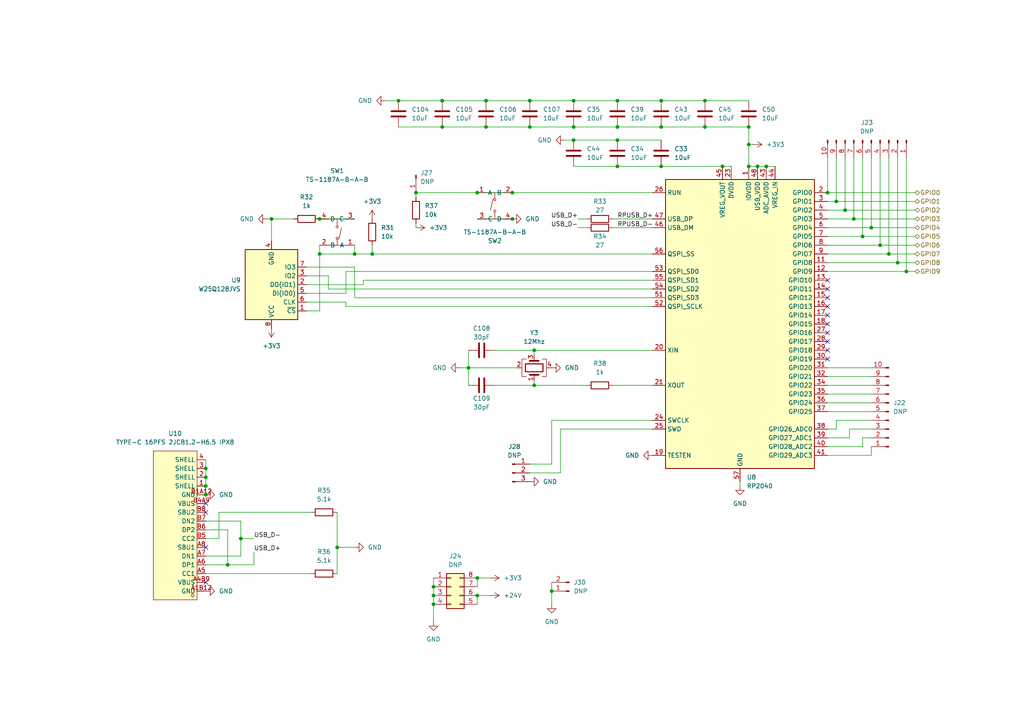
<source format=kicad_sch>
(kicad_sch (version 20231120) (generator "eeschema") (generator_version "8.0")
  (paper "A4")
  (lib_symbols
    (symbol "Endstufe:+24V" (power) (pin_names (offset 0))
      (property "Value" "+24V" (at 0 3.556 0))
      (symbol "+24V_0_1"
        (polyline (pts (xy -0.762 1.27) (xy 0 2.54)))
        (polyline (pts (xy 0 0) (xy 0 2.54)))
        (polyline (pts (xy 0 2.54) (xy 0.762 1.27)))
      )
      (symbol "+24V_1_1"
        (pin power_in line (at 0 0 90) (length 0) hide (name "+24V") (number "1"))
      )
    )
    (symbol "Endstufe:+3V3" (power) (pin_names (offset 0))
      (property "Value" "+3V3" (at 0 3.556 0))
      (symbol "+3V3_0_1"
        (polyline (pts (xy -0.762 1.27) (xy 0 2.54)))
        (polyline (pts (xy 0 0) (xy 0 2.54)))
        (polyline (pts (xy 0 2.54) (xy 0.762 1.27)))
      )
      (symbol "+3V3_1_1"
        (pin power_in line (at 0 0 90) (length 0) hide (name "+3V3") (number "1"))
      )
    )
    (symbol "Endstufe:C" (pin_numbers hide) (pin_names (offset 0.254))
      (property "Reference" "C" (at 0.635 2.54 0))
      (property "Value" "C" (at 0.635 -2.54 0))
      (symbol "C_0_1"
        (polyline (pts (xy -2.032 -0.762) (xy 2.032 -0.762)) (stroke (width 0.508)))
        (polyline (pts (xy -2.032 0.762) (xy 2.032 0.762)) (stroke (width 0.508)))
      )
      (symbol "C_1_1"
        (pin passive line (at 0 3.81 270) (length 2.794) (name "~") (number "1"))
        (pin passive line (at 0 -3.81 90) (length 2.794) (name "~") (number "2"))
      )
    )
    (symbol "Endstufe:Conn_01x01_Pin" (pin_names (offset 1.016) hide)
      (property "Reference" "J" (at 0 2.54 0))
      (property "Value" "Conn_01x01_Pin" (at 0 -2.54 0))
      (symbol "Conn_01x01_Pin_1_1"
        (polyline (pts (xy 1.27 0) (xy 0.8636 0)) (stroke (width 0.1524)))
        (rectangle (start 0.8636 0.127) (end 0 -0.127) (stroke (width 0.1524)) (fill (type outline)))
        (pin passive line (at 5.08 0 180) (length 3.81) (name "Pin_1") (number "1"))
      )
    )
    (symbol "Endstufe:Conn_01x02_Pin" (pin_names (offset 1.016) hide)
      (property "Reference" "J" (at 0 2.54 0))
      (property "Value" "Conn_01x02_Pin" (at 0 -5.08 0))
      (symbol "Conn_01x02_Pin_1_1"
        (polyline (pts (xy 1.27 -2.54) (xy 0.8636 -2.54)) (stroke (width 0.1524)))
        (polyline (pts (xy 1.27 0) (xy 0.8636 0)) (stroke (width 0.1524)))
        (rectangle (start 0.8636 -2.413) (end 0 -2.667) (stroke (width 0.1524)) (fill (type outline)))
        (rectangle (start 0.8636 0.127) (end 0 -0.127) (stroke (width 0.1524)) (fill (type outline)))
        (pin passive line (at 5.08 0 180) (length 3.81) (name "Pin_1") (number "1"))
        (pin passive line (at 5.08 -2.54 180) (length 3.81) (name "Pin_2") (number "2"))
      )
    )
    (symbol "Endstufe:Conn_01x03_Pin" (pin_names (offset 1.016) hide)
      (property "Reference" "J" (at 0 5.08 0))
      (property "Value" "Conn_01x03_Pin" (at 0 -5.08 0))
      (symbol "Conn_01x03_Pin_1_1"
        (polyline (pts (xy 1.27 -2.54) (xy 0.8636 -2.54)) (stroke (width 0.1524)))
        (polyline (pts (xy 1.27 0) (xy 0.8636 0)) (stroke (width 0.1524)))
        (polyline (pts (xy 1.27 2.54) (xy 0.8636 2.54)) (stroke (width 0.1524)))
        (rectangle (start 0.8636 -2.413) (end 0 -2.667) (stroke (width 0.1524)) (fill (type outline)))
        (rectangle (start 0.8636 0.127) (end 0 -0.127) (stroke (width 0.1524)) (fill (type outline)))
        (rectangle (start 0.8636 2.667) (end 0 2.413) (stroke (width 0.1524)) (fill (type outline)))
        (pin passive line (at 5.08 2.54 180) (length 3.81) (name "Pin_1") (number "1"))
        (pin passive line (at 5.08 0 180) (length 3.81) (name "Pin_2") (number "2"))
        (pin passive line (at 5.08 -2.54 180) (length 3.81) (name "Pin_3") (number "3"))
      )
    )
    (symbol "Endstufe:Conn_01x10_Pin" (pin_names (offset 1.016) hide)
      (property "Reference" "J" (at 0 12.7 0))
      (property "Value" "Conn_01x10_Pin" (at 0 -15.24 0))
      (symbol "Conn_01x10_Pin_1_1"
        (polyline (pts (xy 1.27 -12.7) (xy 0.8636 -12.7)) (stroke (width 0.1524)))
        (polyline (pts (xy 1.27 -10.16) (xy 0.8636 -10.16)) (stroke (width 0.1524)))
        (polyline (pts (xy 1.27 -7.62) (xy 0.8636 -7.62)) (stroke (width 0.1524)))
        (polyline (pts (xy 1.27 -5.08) (xy 0.8636 -5.08)) (stroke (width 0.1524)))
        (polyline (pts (xy 1.27 -2.54) (xy 0.8636 -2.54)) (stroke (width 0.1524)))
        (polyline (pts (xy 1.27 0) (xy 0.8636 0)) (stroke (width 0.1524)))
        (polyline (pts (xy 1.27 2.54) (xy 0.8636 2.54)) (stroke (width 0.1524)))
        (polyline (pts (xy 1.27 5.08) (xy 0.8636 5.08)) (stroke (width 0.1524)))
        (polyline (pts (xy 1.27 7.62) (xy 0.8636 7.62)) (stroke (width 0.1524)))
        (polyline (pts (xy 1.27 10.16) (xy 0.8636 10.16)) (stroke (width 0.1524)))
        (rectangle (start 0.8636 -12.573) (end 0 -12.827) (stroke (width 0.1524)) (fill (type outline)))
        (rectangle (start 0.8636 -10.033) (end 0 -10.287) (stroke (width 0.1524)) (fill (type outline)))
        (rectangle (start 0.8636 -7.493) (end 0 -7.747) (stroke (width 0.1524)) (fill (type outline)))
        (rectangle (start 0.8636 -4.953) (end 0 -5.207) (stroke (width 0.1524)) (fill (type outline)))
        (rectangle (start 0.8636 -2.413) (end 0 -2.667) (stroke (width 0.1524)) (fill (type outline)))
        (rectangle (start 0.8636 0.127) (end 0 -0.127) (stroke (width 0.1524)) (fill (type outline)))
        (rectangle (start 0.8636 2.667) (end 0 2.413) (stroke (width 0.1524)) (fill (type outline)))
        (rectangle (start 0.8636 5.207) (end 0 4.953) (stroke (width 0.1524)) (fill (type outline)))
        (rectangle (start 0.8636 7.747) (end 0 7.493) (stroke (width 0.1524)) (fill (type outline)))
        (rectangle (start 0.8636 10.287) (end 0 10.033) (stroke (width 0.1524)) (fill (type outline)))
        (pin passive line (at 5.08 10.16 180) (length 3.81) (name "Pin_1") (number "1"))
        (pin passive line (at 5.08 -12.7 180) (length 3.81) (name "Pin_10") (number "10"))
        (pin passive line (at 5.08 7.62 180) (length 3.81) (name "Pin_2") (number "2"))
        (pin passive line (at 5.08 5.08 180) (length 3.81) (name "Pin_3") (number "3"))
        (pin passive line (at 5.08 2.54 180) (length 3.81) (name "Pin_4") (number "4"))
        (pin passive line (at 5.08 0 180) (length 3.81) (name "Pin_5") (number "5"))
        (pin passive line (at 5.08 -2.54 180) (length 3.81) (name "Pin_6") (number "6"))
        (pin passive line (at 5.08 -5.08 180) (length 3.81) (name "Pin_7") (number "7"))
        (pin passive line (at 5.08 -7.62 180) (length 3.81) (name "Pin_8") (number "8"))
        (pin passive line (at 5.08 -10.16 180) (length 3.81) (name "Pin_9") (number "9"))
      )
    )
    (symbol "Endstufe:Conn_02x04_Counter_Clockwise" (pin_names (offset 1.016) hide)
      (property "Reference" "J" (at 1.27 5.08 0))
      (property "Value" "Conn_02x04_Counter_Clockwise" (at 1.27 -7.62 0))
      (symbol "Conn_02x04_Counter_Clockwise_1_1"
        (rectangle (start -1.27 -4.953) (end 0 -5.207) (stroke (width 0.1524)))
        (rectangle (start -1.27 -2.413) (end 0 -2.667) (stroke (width 0.1524)))
        (rectangle (start -1.27 0.127) (end 0 -0.127) (stroke (width 0.1524)))
        (rectangle (start -1.27 2.667) (end 0 2.413) (stroke (width 0.1524)))
        (rectangle (start -1.27 3.81) (end 3.81 -6.35) (stroke (width 0.254)) (fill (type background)))
        (rectangle (start 3.81 -4.953) (end 2.54 -5.207) (stroke (width 0.1524)))
        (rectangle (start 3.81 -2.413) (end 2.54 -2.667) (stroke (width 0.1524)))
        (rectangle (start 3.81 0.127) (end 2.54 -0.127) (stroke (width 0.1524)))
        (rectangle (start 3.81 2.667) (end 2.54 2.413) (stroke (width 0.1524)))
        (pin passive line (at -5.08 2.54 0) (length 3.81) (name "Pin_1") (number "1"))
        (pin passive line (at -5.08 0 0) (length 3.81) (name "Pin_2") (number "2"))
        (pin passive line (at -5.08 -2.54 0) (length 3.81) (name "Pin_3") (number "3"))
        (pin passive line (at -5.08 -5.08 0) (length 3.81) (name "Pin_4") (number "4"))
        (pin passive line (at 7.62 -5.08 180) (length 3.81) (name "Pin_5") (number "5"))
        (pin passive line (at 7.62 -2.54 180) (length 3.81) (name "Pin_6") (number "6"))
        (pin passive line (at 7.62 0 180) (length 3.81) (name "Pin_7") (number "7"))
        (pin passive line (at 7.62 2.54 180) (length 3.81) (name "Pin_8") (number "8"))
      )
    )
    (symbol "Endstufe:Crystal_GND24" (pin_names (offset 1.016) hide)
      (property "Reference" "Y" (at 3.175 5.08 0))
      (property "Value" "Crystal_GND24" (at 3.175 3.175 0))
      (symbol "Crystal_GND24_0_1"
        (rectangle (start -1.143 2.54) (end 1.143 -2.54) (stroke (width 0.3048)))
        (polyline (pts (xy -2.54 0) (xy -2.032 0)))
        (polyline (pts (xy -2.032 -1.27) (xy -2.032 1.27)) (stroke (width 0.508)))
        (polyline (pts (xy 0 -3.81) (xy 0 -3.556)))
        (polyline (pts (xy 0 3.556) (xy 0 3.81)))
        (polyline (pts (xy 2.032 -1.27) (xy 2.032 1.27)) (stroke (width 0.508)))
        (polyline (pts (xy 2.032 0) (xy 2.54 0)))
        (polyline (pts (xy -2.54 -2.286) (xy -2.54 -3.556) (xy 2.54 -3.556) (xy 2.54 -2.286)))
        (polyline (pts (xy -2.54 2.286) (xy -2.54 3.556) (xy 2.54 3.556) (xy 2.54 2.286)))
      )
      (symbol "Crystal_GND24_1_1"
        (pin passive line (at -3.81 0 0) (length 1.27) (name "1") (number "1"))
        (pin passive line (at 0 5.08 270) (length 1.27) (name "2") (number "2"))
        (pin passive line (at 3.81 0 180) (length 1.27) (name "3") (number "3"))
        (pin passive line (at 0 -5.08 90) (length 1.27) (name "4") (number "4"))
      )
    )
    (symbol "Endstufe:GND" (power) (pin_names (offset 0))
      (property "Value" "GND" (at 0 -3.81 0))
      (symbol "GND_0_1"
        (polyline (pts (xy 0 0) (xy 0 -1.27) (xy 1.27 -1.27) (xy 0 -2.54) (xy -1.27 -1.27) (xy 0 -1.27)))
      )
      (symbol "GND_1_1"
        (pin power_in line (at 0 0 270) (length 0) hide (name "GND") (number "1"))
      )
    )
    (symbol "Endstufe:R" (pin_numbers hide) (pin_names (offset 0))
      (property "Reference" "R" (at 2.032 0 90))
      (property "Value" "R" (at 0 0 90))
      (symbol "R_0_1"
        (rectangle (start -1.016 -2.54) (end 1.016 2.54) (stroke (width 0.254)))
      )
      (symbol "R_1_1"
        (pin passive line (at 0 3.81 270) (length 1.27) (name "~") (number "1"))
        (pin passive line (at 0 -3.81 90) (length 1.27) (name "~") (number "2"))
      )
    )
    (symbol "Endstufe:RP2040"
      (property "Reference" "U" (at 17.78 45.72 0))
      (property "Value" "RP2040" (at 17.78 43.18 0))
      (symbol "RP2040_0_1"
        (rectangle (start -21.59 41.91) (end 21.59 -41.91) (stroke (width 0.254)) (fill (type background)))
      )
      (symbol "RP2040_1_1"
        (pin power_in line (at 2.54 45.72 270) (length 3.81) (name "IOVDD") (number "1"))
        (pin passive line (at 2.54 45.72 270) (length 3.81) hide (name "IOVDD") (number "10"))
        (pin bidirectional line (at 25.4 17.78 180) (length 3.81) (name "GPIO8") (number "11"))
        (pin bidirectional line (at 25.4 15.24 180) (length 3.81) (name "GPIO9") (number "12"))
        (pin bidirectional line (at 25.4 12.7 180) (length 3.81) (name "GPIO10") (number "13"))
        (pin bidirectional line (at 25.4 10.16 180) (length 3.81) (name "GPIO11") (number "14"))
        (pin bidirectional line (at 25.4 7.62 180) (length 3.81) (name "GPIO12") (number "15"))
        (pin bidirectional line (at 25.4 5.08 180) (length 3.81) (name "GPIO13") (number "16"))
        (pin bidirectional line (at 25.4 2.54 180) (length 3.81) (name "GPIO14") (number "17"))
        (pin bidirectional line (at 25.4 0 180) (length 3.81) (name "GPIO15") (number "18"))
        (pin input line (at -25.4 -38.1 0) (length 3.81) (name "TESTEN") (number "19"))
        (pin bidirectional line (at 25.4 38.1 180) (length 3.81) (name "GPIO0") (number "2"))
        (pin input line (at -25.4 -7.62 0) (length 3.81) (name "XIN") (number "20"))
        (pin passive line (at -25.4 -17.78 0) (length 3.81) (name "XOUT") (number "21"))
        (pin passive line (at 2.54 45.72 270) (length 3.81) hide (name "IOVDD") (number "22"))
        (pin power_in line (at -2.54 45.72 270) (length 3.81) (name "DVDD") (number "23"))
        (pin input line (at -25.4 -27.94 0) (length 3.81) (name "SWCLK") (number "24"))
        (pin bidirectional line (at -25.4 -30.48 0) (length 3.81) (name "SWD") (number "25"))
        (pin input line (at -25.4 38.1 0) (length 3.81) (name "RUN") (number "26"))
        (pin bidirectional line (at 25.4 -2.54 180) (length 3.81) (name "GPIO16") (number "27"))
        (pin bidirectional line (at 25.4 -5.08 180) (length 3.81) (name "GPIO17") (number "28"))
        (pin bidirectional line (at 25.4 -7.62 180) (length 3.81) (name "GPIO18") (number "29"))
        (pin bidirectional line (at 25.4 35.56 180) (length 3.81) (name "GPIO1") (number "3"))
        (pin bidirectional line (at 25.4 -10.16 180) (length 3.81) (name "GPIO19") (number "30"))
        (pin bidirectional line (at 25.4 -12.7 180) (length 3.81) (name "GPIO20") (number "31"))
        (pin bidirectional line (at 25.4 -15.24 180) (length 3.81) (name "GPIO21") (number "32"))
        (pin passive line (at 2.54 45.72 270) (length 3.81) hide (name "IOVDD") (number "33"))
        (pin bidirectional line (at 25.4 -17.78 180) (length 3.81) (name "GPIO22") (number "34"))
        (pin bidirectional line (at 25.4 -20.32 180) (length 3.81) (name "GPIO23") (number "35"))
        (pin bidirectional line (at 25.4 -22.86 180) (length 3.81) (name "GPIO24") (number "36"))
        (pin bidirectional line (at 25.4 -25.4 180) (length 3.81) (name "GPIO25") (number "37"))
        (pin bidirectional line (at 25.4 -30.48 180) (length 3.81) (name "GPIO26_ADC0") (number "38"))
        (pin bidirectional line (at 25.4 -33.02 180) (length 3.81) (name "GPIO27_ADC1") (number "39"))
        (pin bidirectional line (at 25.4 33.02 180) (length 3.81) (name "GPIO2") (number "4"))
        (pin bidirectional line (at 25.4 -35.56 180) (length 3.81) (name "GPIO28_ADC2") (number "40"))
        (pin bidirectional line (at 25.4 -38.1 180) (length 3.81) (name "GPIO29_ADC3") (number "41"))
        (pin passive line (at 2.54 45.72 270) (length 3.81) hide (name "IOVDD") (number "42"))
        (pin power_in line (at 7.62 45.72 270) (length 3.81) (name "ADC_AVDD") (number "43"))
        (pin power_in line (at 10.16 45.72 270) (length 3.81) (name "VREG_IN") (number "44"))
        (pin power_out line (at -5.08 45.72 270) (length 3.81) (name "VREG_VOUT") (number "45"))
        (pin bidirectional line (at -25.4 27.94 0) (length 3.81) (name "USB_DM") (number "46"))
        (pin bidirectional line (at -25.4 30.48 0) (length 3.81) (name "USB_DP") (number "47"))
        (pin power_in line (at 5.08 45.72 270) (length 3.81) (name "USB_VDD") (number "48"))
        (pin passive line (at 2.54 45.72 270) (length 3.81) hide (name "IOVDD") (number "49"))
        (pin bidirectional line (at 25.4 30.48 180) (length 3.81) (name "GPIO3") (number "5"))
        (pin passive line (at -2.54 45.72 270) (length 3.81) hide (name "DVDD") (number "50"))
        (pin bidirectional line (at -25.4 7.62 0) (length 3.81) (name "QSPI_SD3") (number "51"))
        (pin output line (at -25.4 5.08 0) (length 3.81) (name "QSPI_SCLK") (number "52"))
        (pin bidirectional line (at -25.4 15.24 0) (length 3.81) (name "QSPI_SD0") (number "53"))
        (pin bidirectional line (at -25.4 10.16 0) (length 3.81) (name "QSPI_SD2") (number "54"))
        (pin bidirectional line (at -25.4 12.7 0) (length 3.81) (name "QSPI_SD1") (number "55"))
        (pin bidirectional line (at -25.4 20.32 0) (length 3.81) (name "QSPI_SS") (number "56"))
        (pin power_in line (at 0 -45.72 90) (length 3.81) (name "GND") (number "57"))
        (pin bidirectional line (at 25.4 27.94 180) (length 3.81) (name "GPIO4") (number "6"))
        (pin bidirectional line (at 25.4 25.4 180) (length 3.81) (name "GPIO5") (number "7"))
        (pin bidirectional line (at 25.4 22.86 180) (length 3.81) (name "GPIO6") (number "8"))
        (pin bidirectional line (at 25.4 20.32 180) (length 3.81) (name "GPIO7") (number "9"))
      )
    )
    (symbol "Endstufe:TS-1187A-B-A-B"
      (property "Reference" "SW" (at 0 7.62 0))
      (property "Value" "TS-1187A-B-A-B" (at 0 -10.16 0))
      (symbol "TS-1187A-B-A-B_0_1"
        (circle (center 0 -2.79) (radius 0.32))
        (polyline (pts (xy -2.54 -5.08) (xy 2.54 -5.08)))
        (polyline (pts (xy -2.54 2.54) (xy 2.54 2.54)))
        (polyline (pts (xy -0.51 0.76) (xy -1.27 -2.54)))
        (polyline (pts (xy 0 -3.3) (xy 0 -5.08)))
        (polyline (pts (xy 0 0.76) (xy 0 2.54)))
        (circle (center 0 0.51) (radius 0.32))
        (pin unspecified line (at -5.08 2.54 0) (length 2.54) (name "A") (number "1"))
        (pin unspecified line (at 5.08 2.54 180) (length 2.54) (name "B") (number "2"))
        (pin unspecified line (at -5.08 -5.08 0) (length 2.54) (name "C") (number "3"))
        (pin unspecified line (at 5.08 -5.08 180) (length 2.54) (name "D") (number "4"))
      )
    )
    (symbol "Endstufe:TYPE-C16PIN"
      (property "Reference" "USB" (at 0 24.13 0))
      (property "Value" "TYPE-C16PIN" (at 0 -24.13 0))
      (symbol "TYPE-C16PIN_0_1"
        (rectangle (start -6.35 21.59) (end 6.35 -21.59) (fill (type background)))
        (circle (center -5.08 20.32) (radius 0.38))
        (pin unspecified line (at -8.89 -11.43 0) (length 2.54) (name "SHELL") (number "1"))
        (pin unspecified line (at -8.89 -13.97 0) (length 2.54) (name "SHELL") (number "2"))
        (pin unspecified line (at -8.89 -16.51 0) (length 2.54) (name "SHELL") (number "3"))
        (pin unspecified line (at -8.89 -19.05 0) (length 2.54) (name "SHELL") (number "4"))
        (pin unspecified line (at -8.89 19.05 0) (length 2.54) (name "GND") (number "A1B12"))
        (pin unspecified line (at -8.89 16.51 0) (length 2.54) (name "VBUS") (number "A4B9"))
        (pin unspecified line (at -8.89 13.97 0) (length 2.54) (name "CC1") (number "A5"))
        (pin unspecified line (at -8.89 11.43 0) (length 2.54) (name "DP1") (number "A6"))
        (pin unspecified line (at -8.89 8.89 0) (length 2.54) (name "DN1") (number "A7"))
        (pin unspecified line (at -8.89 6.35 0) (length 2.54) (name "SBU1") (number "A8"))
        (pin unspecified line (at -8.89 -8.89 0) (length 2.54) (name "GND") (number "B1A12"))
        (pin unspecified line (at -8.89 -6.35 0) (length 2.54) (name "VBUS") (number "B4A9"))
        (pin unspecified line (at -8.89 3.81 0) (length 2.54) (name "CC2") (number "B5"))
        (pin unspecified line (at -8.89 1.27 0) (length 2.54) (name "DP2") (number "B6"))
        (pin unspecified line (at -8.89 -1.27 0) (length 2.54) (name "DN2") (number "B7"))
        (pin unspecified line (at -8.89 -3.81 0) (length 2.54) (name "SBU2") (number "B8"))
      )
    )
    (symbol "Endstufe:W25Q128JVS"
      (property "Reference" "U" (at -8.89 8.89 0))
      (property "Value" "W25Q128JVS" (at 7.62 8.89 0))
      (symbol "W25Q128JVS_0_1"
        (rectangle (start -7.62 10.16) (end 7.62 -10.16) (stroke (width 0.254)) (fill (type background)))
      )
      (symbol "W25Q128JVS_1_1"
        (pin input line (at -10.16 7.62 0) (length 2.54) (name "~{CS}") (number "1"))
        (pin bidirectional line (at -10.16 0 0) (length 2.54) (name "DO(IO1)") (number "2"))
        (pin bidirectional line (at -10.16 -2.54 0) (length 2.54) (name "IO2") (number "3"))
        (pin power_in line (at 0 -12.7 90) (length 2.54) (name "GND") (number "4"))
        (pin bidirectional line (at -10.16 2.54 0) (length 2.54) (name "DI(IO0)") (number "5"))
        (pin input line (at -10.16 5.08 0) (length 2.54) (name "CLK") (number "6"))
        (pin bidirectional line (at -10.16 -5.08 0) (length 2.54) (name "IO3") (number "7"))
        (pin power_in line (at 0 12.7 270) (length 2.54) (name "VCC") (number "8"))
      )
    )
  )
  (junction (at 255.27 71.12))
  (junction (at 107.95 73.66))
  (junction (at 204.47 36.83))
  (junction (at 78.74 63.5))
  (junction (at 179.07 36.83))
  (junction (at 166.37 29.21))
  (junction (at 160.02 171.45))
  (junction (at 153.67 36.83))
  (junction (at 217.17 41.91))
  (junction (at 191.77 48.26))
  (junction (at 69.85 156.21))
  (junction (at 125.73 175.26))
  (junction (at 148.59 55.88))
  (junction (at 166.37 40.64))
  (junction (at 120.65 55.88))
  (junction (at 154.94 111.76))
  (junction (at 260.35 76.2))
  (junction (at 252.73 66.04))
  (junction (at 191.77 36.83))
  (junction (at 217.17 48.26))
  (junction (at 128.27 36.83))
  (junction (at 154.94 101.6))
  (junction (at 153.67 29.21))
  (junction (at 191.77 29.21))
  (junction (at 247.65 63.5))
  (junction (at 115.57 29.21))
  (junction (at 166.37 36.83))
  (junction (at 102.87 73.66))
  (junction (at 140.97 29.21))
  (junction (at 250.19 68.58))
  (junction (at 135.89 106.68))
  (junction (at 222.25 48.26))
  (junction (at 59.69 138.43))
  (junction (at 245.11 60.96))
  (junction (at 125.73 172.72))
  (junction (at 262.89 78.74))
  (junction (at 97.79 158.75))
  (junction (at 140.97 36.83))
  (junction (at 125.73 170.18))
  (junction (at 148.59 63.5))
  (junction (at 138.43 172.72))
  (junction (at 204.47 29.21))
  (junction (at 128.27 29.21))
  (junction (at 209.55 48.26))
  (junction (at 138.43 55.88))
  (junction (at 59.69 135.89))
  (junction (at 219.71 48.26))
  (junction (at 242.57 58.42))
  (junction (at 66.04 163.83))
  (junction (at 59.69 140.97))
  (junction (at 138.43 167.64))
  (junction (at 179.07 40.64))
  (junction (at 217.17 36.83))
  (junction (at 240.03 55.88))
  (junction (at 179.07 48.26))
  (junction (at 257.81 73.66))
  (junction (at 179.07 29.21))
  (junction (at 92.71 63.5))
  (junction (at 92.71 73.66))
  (junction (at 59.69 143.51))
  (no_connect (at 240.03 86.36))
  (no_connect (at 240.03 91.44))
  (no_connect (at 240.03 88.9))
  (no_connect (at 59.69 146.05))
  (no_connect (at 59.69 168.91))
  (no_connect (at 240.03 101.6))
  (no_connect (at 240.03 99.06))
  (no_connect (at 240.03 104.14))
  (no_connect (at 59.69 148.59))
  (no_connect (at 59.69 158.75))
  (no_connect (at 240.03 83.82))
  (no_connect (at 240.03 81.28))
  (no_connect (at 240.03 96.52))
  (no_connect (at 240.03 93.98))
  (wire (pts (xy 191.77 48.26) (xy 209.55 48.26)))
  (wire (pts (xy 189.23 121.92) (xy 160.02 121.92)))
  (wire (pts (xy 240.03 124.46) (xy 242.57 124.46)))
  (wire (pts (xy 69.85 151.13) (xy 69.85 156.21)))
  (wire (pts (xy 166.37 29.21) (xy 179.07 29.21)))
  (wire (pts (xy 265.43 58.42) (xy 242.57 58.42)))
  (wire (pts (xy 242.57 121.92) (xy 252.73 121.92)))
  (wire (pts (xy 59.69 153.67) (xy 66.04 153.67)))
  (wire (pts (xy 59.69 133.35) (xy 59.69 135.89)))
  (wire (pts (xy 162.56 124.46) (xy 189.23 124.46)))
  (wire (pts (xy 170.18 111.76) (xy 154.94 111.76)))
  (wire (pts (xy 179.07 40.64) (xy 191.77 40.64)))
  (wire (pts (xy 240.03 68.58) (xy 250.19 68.58)))
  (wire (pts (xy 95.25 83.82) (xy 189.23 83.82)))
  (wire (pts (xy 166.37 48.26) (xy 179.07 48.26)))
  (wire (pts (xy 167.64 66.04) (xy 170.18 66.04)))
  (wire (pts (xy 125.73 172.72) (xy 125.73 175.26)))
  (wire (pts (xy 257.81 73.66) (xy 240.03 73.66)))
  (wire (pts (xy 252.73 127) (xy 250.19 127)))
  (wire (pts (xy 59.69 156.21) (xy 63.5 156.21)))
  (wire (pts (xy 262.89 45.72) (xy 262.89 78.74)))
  (wire (pts (xy 265.43 55.88) (xy 240.03 55.88)))
  (wire (pts (xy 140.97 29.21) (xy 153.67 29.21)))
  (wire (pts (xy 138.43 55.88) (xy 148.59 55.88)))
  (wire (pts (xy 92.71 71.12) (xy 92.71 73.66)))
  (wire (pts (xy 154.94 101.6) (xy 154.94 102.87)))
  (wire (pts (xy 120.65 55.88) (xy 120.65 57.15)))
  (wire (pts (xy 204.47 29.21) (xy 217.17 29.21)))
  (wire (pts (xy 191.77 36.83) (xy 204.47 36.83)))
  (wire (pts (xy 59.69 161.29) (xy 69.85 161.29)))
  (wire (pts (xy 154.94 111.76) (xy 154.94 110.49)))
  (wire (pts (xy 179.07 29.21) (xy 191.77 29.21)))
  (wire (pts (xy 135.89 106.68) (xy 135.89 111.76)))
  (wire (pts (xy 265.43 71.12) (xy 255.27 71.12)))
  (wire (pts (xy 242.57 124.46) (xy 242.57 121.92)))
  (wire (pts (xy 73.66 163.83) (xy 73.66 160.02)))
  (wire (pts (xy 69.85 156.21) (xy 73.66 156.21)))
  (wire (pts (xy 125.73 175.26) (xy 125.73 180.34)))
  (wire (pts (xy 260.35 76.2) (xy 240.03 76.2)))
  (wire (pts (xy 66.04 153.67) (xy 66.04 163.83)))
  (wire (pts (xy 107.95 73.66) (xy 102.87 73.66)))
  (wire (pts (xy 265.43 60.96) (xy 245.11 60.96)))
  (wire (pts (xy 102.87 71.12) (xy 102.87 73.66)))
  (wire (pts (xy 78.74 63.5) (xy 85.09 63.5)))
  (wire (pts (xy 265.43 73.66) (xy 257.81 73.66)))
  (wire (pts (xy 252.73 111.76) (xy 240.03 111.76)))
  (wire (pts (xy 59.69 163.83) (xy 66.04 163.83)))
  (wire (pts (xy 92.71 90.17) (xy 88.9 90.17)))
  (wire (pts (xy 143.51 101.6) (xy 154.94 101.6)))
  (wire (pts (xy 162.56 137.16) (xy 162.56 124.46)))
  (wire (pts (xy 240.03 45.72) (xy 240.03 55.88)))
  (wire (pts (xy 191.77 29.21) (xy 204.47 29.21)))
  (wire (pts (xy 135.89 101.6) (xy 135.89 106.68)))
  (wire (pts (xy 179.07 48.26) (xy 191.77 48.26)))
  (wire (pts (xy 138.43 167.64) (xy 138.43 170.18)))
  (wire (pts (xy 250.19 127) (xy 250.19 129.54)))
  (wire (pts (xy 219.71 48.26) (xy 222.25 48.26)))
  (wire (pts (xy 250.19 68.58) (xy 265.43 68.58)))
  (wire (pts (xy 105.41 82.55) (xy 105.41 81.28)))
  (wire (pts (xy 163.83 40.64) (xy 166.37 40.64)))
  (wire (pts (xy 88.9 87.63) (xy 100.33 87.63)))
  (wire (pts (xy 252.73 114.3) (xy 240.03 114.3)))
  (wire (pts (xy 63.5 148.59) (xy 90.17 148.59)))
  (wire (pts (xy 115.57 29.21) (xy 128.27 29.21)))
  (wire (pts (xy 214.63 140.97) (xy 214.63 139.7)))
  (wire (pts (xy 100.33 78.74) (xy 100.33 85.09)))
  (wire (pts (xy 160.02 175.26) (xy 160.02 171.45)))
  (wire (pts (xy 265.43 78.74) (xy 262.89 78.74)))
  (wire (pts (xy 120.65 55.88) (xy 138.43 55.88)))
  (wire (pts (xy 252.73 109.22) (xy 240.03 109.22)))
  (wire (pts (xy 105.41 81.28) (xy 189.23 81.28)))
  (wire (pts (xy 242.57 58.42) (xy 240.03 58.42)))
  (wire (pts (xy 102.87 86.36) (xy 189.23 86.36)))
  (wire (pts (xy 100.33 85.09) (xy 88.9 85.09)))
  (wire (pts (xy 255.27 71.12) (xy 240.03 71.12)))
  (wire (pts (xy 115.57 36.83) (xy 128.27 36.83)))
  (wire (pts (xy 262.89 78.74) (xy 240.03 78.74)))
  (wire (pts (xy 102.87 77.47) (xy 88.9 77.47)))
  (wire (pts (xy 100.33 78.74) (xy 189.23 78.74)))
  (wire (pts (xy 128.27 36.83) (xy 140.97 36.83)))
  (wire (pts (xy 97.79 158.75) (xy 102.87 158.75)))
  (wire (pts (xy 247.65 45.72) (xy 247.65 63.5)))
  (wire (pts (xy 246.38 124.46) (xy 252.73 124.46)))
  (wire (pts (xy 59.69 138.43) (xy 59.69 140.97)))
  (wire (pts (xy 142.24 172.72) (xy 138.43 172.72)))
  (wire (pts (xy 78.74 63.5) (xy 78.74 69.85)))
  (wire (pts (xy 140.97 36.83) (xy 153.67 36.83)))
  (wire (pts (xy 177.8 66.04) (xy 189.23 66.04)))
  (wire (pts (xy 100.33 87.63) (xy 100.33 88.9)))
  (wire (pts (xy 97.79 148.59) (xy 97.79 158.75)))
  (wire (pts (xy 242.57 45.72) (xy 242.57 58.42)))
  (wire (pts (xy 252.73 45.72) (xy 252.73 66.04)))
  (wire (pts (xy 166.37 36.83) (xy 179.07 36.83)))
  (wire (pts (xy 189.23 101.6) (xy 154.94 101.6)))
  (wire (pts (xy 204.47 36.83) (xy 217.17 36.83)))
  (wire (pts (xy 252.73 66.04) (xy 265.43 66.04)))
  (wire (pts (xy 250.19 45.72) (xy 250.19 68.58)))
  (wire (pts (xy 59.69 166.37) (xy 90.17 166.37)))
  (wire (pts (xy 177.8 111.76) (xy 189.23 111.76)))
  (wire (pts (xy 59.69 151.13) (xy 69.85 151.13)))
  (wire (pts (xy 246.38 127) (xy 246.38 124.46)))
  (wire (pts (xy 179.07 36.83) (xy 191.77 36.83)))
  (wire (pts (xy 265.43 63.5) (xy 247.65 63.5)))
  (wire (pts (xy 245.11 45.72) (xy 245.11 60.96)))
  (wire (pts (xy 240.03 66.04) (xy 252.73 66.04)))
  (wire (pts (xy 222.25 48.26) (xy 224.79 48.26)))
  (wire (pts (xy 247.65 63.5) (xy 240.03 63.5)))
  (wire (pts (xy 59.69 135.89) (xy 59.69 138.43)))
  (wire (pts (xy 95.25 80.01) (xy 95.25 83.82)))
  (wire (pts (xy 111.76 29.21) (xy 115.57 29.21)))
  (wire (pts (xy 240.03 127) (xy 246.38 127)))
  (wire (pts (xy 245.11 60.96) (xy 240.03 60.96)))
  (wire (pts (xy 209.55 48.26) (xy 212.09 48.26)))
  (wire (pts (xy 252.73 106.68) (xy 240.03 106.68)))
  (wire (pts (xy 257.81 45.72) (xy 257.81 73.66)))
  (wire (pts (xy 252.73 116.84) (xy 240.03 116.84)))
  (wire (pts (xy 69.85 161.29) (xy 69.85 156.21)))
  (wire (pts (xy 177.8 63.5) (xy 189.23 63.5)))
  (wire (pts (xy 143.51 111.76) (xy 154.94 111.76)))
  (wire (pts (xy 255.27 45.72) (xy 255.27 71.12)))
  (wire (pts (xy 135.89 106.68) (xy 149.86 106.68)))
  (wire (pts (xy 167.64 63.5) (xy 170.18 63.5)))
  (wire (pts (xy 217.17 36.83) (xy 217.17 41.91)))
  (wire (pts (xy 59.69 143.51) (xy 59.69 140.97)))
  (wire (pts (xy 252.73 129.54) (xy 252.73 132.08)))
  (wire (pts (xy 250.19 129.54) (xy 240.03 129.54)))
  (wire (pts (xy 160.02 168.91) (xy 160.02 171.45)))
  (wire (pts (xy 252.73 132.08) (xy 240.03 132.08)))
  (wire (pts (xy 125.73 167.64) (xy 125.73 170.18)))
  (wire (pts (xy 88.9 80.01) (xy 95.25 80.01)))
  (wire (pts (xy 133.35 106.68) (xy 135.89 106.68)))
  (wire (pts (xy 97.79 158.75) (xy 97.79 166.37)))
  (wire (pts (xy 128.27 29.21) (xy 140.97 29.21)))
  (wire (pts (xy 102.87 73.66) (xy 92.71 73.66)))
  (wire (pts (xy 153.67 137.16) (xy 162.56 137.16)))
  (wire (pts (xy 107.95 71.12) (xy 107.95 73.66)))
  (wire (pts (xy 88.9 82.55) (xy 105.41 82.55)))
  (wire (pts (xy 217.17 48.26) (xy 219.71 48.26)))
  (wire (pts (xy 265.43 76.2) (xy 260.35 76.2)))
  (wire (pts (xy 102.87 86.36) (xy 102.87 77.47)))
  (wire (pts (xy 92.71 63.5) (xy 102.87 63.5)))
  (wire (pts (xy 153.67 134.62) (xy 160.02 134.62)))
  (wire (pts (xy 260.35 45.72) (xy 260.35 76.2)))
  (wire (pts (xy 66.04 163.83) (xy 73.66 163.83)))
  (wire (pts (xy 142.24 167.64) (xy 138.43 167.64)))
  (wire (pts (xy 138.43 172.72) (xy 138.43 175.26)))
  (wire (pts (xy 125.73 170.18) (xy 125.73 172.72)))
  (wire (pts (xy 120.65 66.04) (xy 120.65 64.77)))
  (wire (pts (xy 77.47 63.5) (xy 78.74 63.5)))
  (wire (pts (xy 63.5 148.59) (xy 63.5 156.21)))
  (wire (pts (xy 153.67 36.83) (xy 166.37 36.83)))
  (wire (pts (xy 107.95 73.66) (xy 189.23 73.66)))
  (wire (pts (xy 148.59 55.88) (xy 189.23 55.88)))
  (wire (pts (xy 252.73 119.38) (xy 240.03 119.38)))
  (wire (pts (xy 92.71 73.66) (xy 92.71 90.17)))
  (wire (pts (xy 160.02 121.92) (xy 160.02 134.62)))
  (wire (pts (xy 218.44 41.91) (xy 217.17 41.91)))
  (wire (pts (xy 166.37 40.64) (xy 179.07 40.64)))
  (wire (pts (xy 138.43 63.5) (xy 148.59 63.5)))
  (wire (pts (xy 217.17 41.91) (xy 217.17 48.26)))
  (wire (pts (xy 153.67 29.21) (xy 166.37 29.21)))
  (wire (pts (xy 100.33 88.9) (xy 189.23 88.9)))
  (label "RPUSB_D-" (at 179.07 66.04 0))
  (label "USB_D-" (at 73.66 156.21 0))
  (label "USB_D+" (at 167.64 63.5 180))
  (label "USB_D+" (at 73.66 160.02 0))
  (label "RPUSB_D+" (at 179.07 63.5 0))
  (label "USB_D-" (at 167.64 66.04 180))
  (hierarchical_label "GPIO9" (shape bidirectional) (at 265.43 78.74 0))
  (hierarchical_label "GPIO0" (shape bidirectional) (at 265.43 55.88 0))
  (hierarchical_label "GPIO6" (shape bidirectional) (at 265.43 71.12 0))
  (hierarchical_label "GPIO5" (shape bidirectional) (at 265.43 68.58 0))
  (hierarchical_label "GPIO1" (shape bidirectional) (at 265.43 58.42 0))
  (hierarchical_label "GPIO7" (shape bidirectional) (at 265.43 73.66 0))
  (hierarchical_label "GPIO8" (shape bidirectional) (at 265.43 76.2 0))
  (hierarchical_label "GPIO4" (shape bidirectional) (at 265.43 66.04 0))
  (hierarchical_label "GPIO2" (shape bidirectional) (at 265.43 60.96 0))
  (hierarchical_label "GPIO3" (shape bidirectional) (at 265.43 63.5 0))
  (symbol (lib_id "Endstufe:C") (at 115.57 33.02 0) (unit 1)
    (property "Reference" "C104" (at 119.38 31.75 0) (effects (justify left)))
    (property "Value" "10uF" (at 119.38 34.29 0) (effects (justify left)))
    (property "Footprint" "Endstufe:C_0402_1005Metric" (effects (hide yes)))
    (property "LCSC Part #" "C15525" (effects (hide yes)))
  )
  (symbol (lib_id "Endstufe:+3V3") (at 107.95 63.5 0) (unit 1)
    (property "Reference" "#PWR087" (effects (hide yes)))
    (property "Value" "+3V3" (at 107.95 58.42 0))
  )
  (symbol (lib_id "Endstufe:C") (at 204.47 33.02 0) (unit 1)
    (property "Reference" "C45" (at 208.28 31.75 0) (effects (justify left)))
    (property "Value" "10uF" (at 208.28 34.29 0) (effects (justify left)))
    (property "Footprint" "Endstufe:C_0402_1005Metric" (effects (hide yes)))
    (property "LCSC Part #" "C15525" (effects (hide yes)))
  )
  (symbol (lib_id "Endstufe:C") (at 139.7 111.76 90) (unit 1)
    (property "Reference" "C109" (at 139.7 115.57 90))
    (property "Value" "30pF" (at 139.7 118.11 90))
    (property "Footprint" "Endstufe:C_0603_1608Metric" (effects (hide yes)))
    (property "LCSC Part #" "C1658" (effects (hide yes)))
  )
  (symbol (lib_id "Endstufe:GND") (at 214.63 140.97 0) (unit 1)
    (property "Reference" "#PWR080" (effects (hide yes)))
    (property "Value" "GND" (at 214.63 146.05 0))
  )
  (symbol (lib_id "Endstufe:GND") (at 160.02 175.26 0) (unit 1)
    (property "Reference" "#PWR0101" (effects (hide yes)))
    (property "Value" "GND" (at 160.02 180.34 0))
  )
  (symbol (lib_id "Endstufe:C") (at 128.27 33.02 0) (unit 1)
    (property "Reference" "C105" (at 132.08 31.75 0) (effects (justify left)))
    (property "Value" "10uF" (at 132.08 34.29 0) (effects (justify left)))
    (property "Footprint" "Endstufe:C_0402_1005Metric" (effects (hide yes)))
    (property "LCSC Part #" "C15525" (effects (hide yes)))
  )
  (symbol (lib_id "Endstufe:C") (at 139.7 101.6 90) (unit 1)
    (property "Reference" "C108" (at 139.7 95.25 90))
    (property "Value" "30pF" (at 139.7 97.79 90))
    (property "Footprint" "Endstufe:C_0603_1608Metric" (effects (hide yes)))
    (property "LCSC Part #" "C1658" (effects (hide yes)))
  )
  (symbol (lib_id "Endstufe:+3V3") (at 120.65 66.04 270) (unit 1)
    (property "Reference" "#PWR092" (effects (hide yes)))
    (property "Value" "+3V3" (at 124.46 66.04 90) (effects (justify left)))
  )
  (symbol (lib_id "Endstufe:GND") (at 102.87 158.75 90) (unit 1)
    (property "Reference" "#PWR089" (effects (hide yes)))
    (property "Value" "GND" (at 106.68 158.75 90) (effects (justify right)))
  )
  (symbol (lib_id "Endstufe:GND") (at 59.69 171.45 90) (unit 1)
    (property "Reference" "#PWR098" (effects (hide yes)))
    (property "Value" "GND" (at 63.5 171.45 90) (effects (justify right)))
  )
  (symbol (lib_id "Endstufe:RP2040") (at 214.63 93.98 0) (unit 1)
    (property "Reference" "U8" (at 216.5859 138.43 0) (effects (justify left)))
    (property "Value" "RP2040" (at 216.5859 140.97 0) (effects (justify left)))
    (property "Footprint" "Endstufe:LQFN-56_L7.0-W7.0-P0.4-EP" (effects (hide yes)))
    (property "Datasheet" "https://datasheets.raspberrypi.com/rp2040/rp2040-datasheet.pdf" (effects (hide yes)))
    (property "LCSC Part #" "C2040" (effects (hide yes)))
  )
  (symbol (lib_id "Endstufe:R") (at 107.95 67.31 0) (unit 1)
    (property "Reference" "R31" (at 110.49 66.04 0) (effects (justify left)))
    (property "Value" "10k" (at 110.49 68.58 0) (effects (justify left)))
    (property "Footprint" "Endstufe:C_0402_1005Metric" (effects (hide yes)))
    (property "LCSC Part #" "C25744" (effects (hide yes)))
  )
  (symbol (lib_id "Endstufe:+3V3") (at 142.24 167.64 270) (unit 1)
    (property "Reference" "#PWR082" (effects (hide yes)))
    (property "Value" "+3V3" (at 146.05 167.64 90) (effects (justify left)))
  )
  (symbol (lib_id "Endstufe:TS-1187A-B-A-B") (at 143.51 58.42 0) (unit 1)
    (property "Reference" "SW2" (at 143.51 69.85 0))
    (property "Value" "TS-1187A-B-A-B" (at 143.51 67.31 0))
    (property "Footprint" "Endstufe:SW-SMD_4P-L5.1-W5.1-P3.70-LS6.5-TL-2" (effects (hide yes)))
    (property "Datasheet" "https://lcsc.com/product-detail/Tactile-Switches_XKB-Enterprise-TS-1187-B-A-A_C318884.html" (effects (hide yes)))
    (property "LCSC Part #" "C318884" (effects (hide yes)))
  )
  (symbol (lib_id "Endstufe:+3V3") (at 78.74 95.25 180) (unit 1)
    (property "Reference" "#PWR088" (effects (hide yes)))
    (property "Value" "+3V3" (at 78.74 100.33 0))
  )
  (symbol (lib_id "Endstufe:Conn_01x02_Pin") (at 165.1 171.45 180) (unit 1)
    (property "Reference" "J30" (at 166.37 168.91 0) (effects (justify right)))
    (property "Value" "DNP" (at 166.37 171.45 0) (effects (justify right)))
    (property "Footprint" "Endstufe:PinHeader_1x02_P2.54mm_Vertical" (effects (hide yes)))
  )
  (symbol (lib_id "Endstufe:GND") (at 133.35 106.68 270) (unit 1)
    (property "Reference" "#PWR094" (effects (hide yes)))
    (property "Value" "GND" (at 129.54 106.68 90) (effects (justify right)))
  )
  (symbol (lib_id "Endstufe:GND") (at 111.76 29.21 270) (unit 1)
    (property "Reference" "#PWR085" (effects (hide yes)))
    (property "Value" "GND" (at 107.95 29.21 90) (effects (justify right)))
  )
  (symbol (lib_id "Endstufe:GND") (at 160.02 106.68 90) (unit 1)
    (property "Reference" "#PWR095" (effects (hide yes)))
    (property "Value" "GND" (at 163.83 106.68 90) (effects (justify right)))
  )
  (symbol (lib_id "Endstufe:TYPE-C16PIN") (at 50.8 152.4 180) (unit 1)
    (property "Reference" "U10" (at 50.8 125.73 0))
    (property "Value" "TYPE-C 16PFS 2JCB1.2-H6.5 IPX8" (at 50.8 128.27 0))
    (property "Footprint" "Endstufe:USB-C-SMD_TYPE-C16PIN" (effects (hide yes)))
    (property "Datasheet" "https://lcsc.com/product-detail/USB-Connectors_SHOU-HAN-TYPE-C16PIN_C393939.html" (effects (hide yes)))
    (property "LCSC Part" "C393939" (effects (hide yes)))
    (property "LCSC Part #" "C393939" (effects (hide yes)))
  )
  (symbol (lib_id "Endstufe:C") (at 166.37 33.02 0) (unit 1)
    (property "Reference" "C35" (at 170.18 31.75 0) (effects (justify left)))
    (property "Value" "10uF" (at 170.18 34.29 0) (effects (justify left)))
    (property "Footprint" "Endstufe:C_0402_1005Metric" (effects (hide yes)))
    (property "LCSC Part #" "C15525" (effects (hide yes)))
  )
  (symbol (lib_id "Endstufe:Conn_01x03_Pin") (at 148.59 137.16 0) (unit 1)
    (property "Reference" "J28" (at 149.225 129.54 0))
    (property "Value" "DNP" (at 149.225 132.08 0))
    (property "Footprint" "Endstufe:PinHeader_1x03_P2.54mm_Vertical" (effects (hide yes)))
    (property "LCSC Part #" "-" (effects (hide yes)))
  )
  (symbol (lib_id "Endstufe:R") (at 173.99 63.5 270) (unit 1)
    (property "Reference" "R33" (at 173.99 58.42 90))
    (property "Value" "27" (at 173.99 60.96 90))
    (property "Footprint" "Endstufe:C_0603_1608Metric" (effects (hide yes)))
    (property "LCSC Part #" "C2828673" (effects (hide yes)))
  )
  (symbol (lib_id "Endstufe:GND") (at 59.69 143.51 90) (unit 1)
    (property "Reference" "#PWR090" (effects (hide yes)))
    (property "Value" "GND" (at 63.5 143.51 90) (effects (justify right)))
  )
  (symbol (lib_id "Endstufe:C") (at 191.77 44.45 0) (unit 1)
    (property "Reference" "C33" (at 195.58 43.18 0) (effects (justify left)))
    (property "Value" "10uF" (at 195.58 45.72 0) (effects (justify left)))
    (property "Footprint" "Endstufe:C_0402_1005Metric" (effects (hide yes)))
    (property "LCSC Part #" "C15525" (effects (hide yes)))
  )
  (symbol (lib_id "Endstufe:R") (at 120.65 60.96 0) (unit 1)
    (property "Reference" "R37" (at 123.19 59.69 0) (effects (justify left)))
    (property "Value" "10k" (at 123.19 62.23 0) (effects (justify left)))
    (property "Footprint" "Endstufe:C_0402_1005Metric" (effects (hide yes)))
    (property "LCSC Part #" "C25744" (effects (hide yes)))
  )
  (symbol (lib_id "Endstufe:R") (at 88.9 63.5 90) (unit 1)
    (property "Reference" "R32" (at 88.9 57.15 90))
    (property "Value" "1k" (at 88.9 59.69 90))
    (property "Footprint" "Endstufe:C_0402_1005Metric" (effects (hide yes)))
    (property "LCSC Part #" "C11702" (effects (hide yes)))
  )
  (symbol (lib_id "Endstufe:+24V") (at 142.24 172.72 270) (unit 1)
    (property "Reference" "#PWR083" (effects (hide yes)))
    (property "Value" "+24V" (at 146.05 172.72 90) (effects (justify left)))
  )
  (symbol (lib_id "Endstufe:C") (at 179.07 33.02 0) (unit 1)
    (property "Reference" "C39" (at 182.88 31.75 0) (effects (justify left)))
    (property "Value" "10uF" (at 182.88 34.29 0) (effects (justify left)))
    (property "Footprint" "Endstufe:C_0402_1005Metric" (effects (hide yes)))
    (property "LCSC Part #" "C15525" (effects (hide yes)))
  )
  (symbol (lib_id "Endstufe:R") (at 93.98 166.37 90) (unit 1)
    (property "Reference" "R36" (at 93.98 160.02 90))
    (property "Value" "5.1k" (at 93.98 162.56 90))
    (property "Footprint" "Endstufe:C_0603_1608Metric" (effects (hide yes)))
    (property "LCSC Part #" "C2989458" (effects (hide yes)))
  )
  (symbol (lib_id "Endstufe:C") (at 166.37 44.45 0) (unit 1)
    (property "Reference" "C44" (at 170.18 43.18 0) (effects (justify left)))
    (property "Value" "10uF" (at 170.18 45.72 0) (effects (justify left)))
    (property "Footprint" "Endstufe:C_0402_1005Metric" (effects (hide yes)))
    (property "LCSC Part #" "C15525" (effects (hide yes)))
  )
  (symbol (lib_id "Endstufe:Conn_02x04_Counter_Clockwise") (at 130.81 170.18 0) (unit 1)
    (property "Reference" "J24" (at 132.08 161.29 0))
    (property "Value" "DNP" (at 132.08 163.83 0))
    (property "Footprint" "Endstufe:PinHeader_2x04_P2.54mm_Vertical" (effects (hide yes)))
    (property "LCSC Part #" "-" (effects (hide yes)))
  )
  (symbol (lib_id "Endstufe:GND") (at 148.59 63.5 90) (unit 1)
    (property "Reference" "#PWR093" (effects (hide yes)))
    (property "Value" "GND" (at 152.4 63.5 90) (effects (justify right)))
  )
  (symbol (lib_id "Endstufe:C") (at 140.97 33.02 0) (unit 1)
    (property "Reference" "C106" (at 144.78 31.75 0) (effects (justify left)))
    (property "Value" "10uF" (at 144.78 34.29 0) (effects (justify left)))
    (property "Footprint" "Endstufe:C_0402_1005Metric" (effects (hide yes)))
    (property "LCSC Part #" "C15525" (effects (hide yes)))
  )
  (symbol (lib_id "Endstufe:Conn_01x10_Pin") (at 257.81 119.38 180) (unit 1)
    (property "Reference" "J22" (at 259.08 116.84 0) (effects (justify right)))
    (property "Value" "DNP" (at 259.08 119.38 0) (effects (justify right)))
    (property "Footprint" "Endstufe:PinHeader_1x10_P2.54mm_Vertical" (effects (hide yes)))
    (property "LCSC Part #" "-" (effects (hide yes)))
  )
  (symbol (lib_id "Endstufe:C") (at 191.77 33.02 0) (unit 1)
    (property "Reference" "C43" (at 195.58 31.75 0) (effects (justify left)))
    (property "Value" "10uF" (at 195.58 34.29 0) (effects (justify left)))
    (property "Footprint" "Endstufe:C_0402_1005Metric" (effects (hide yes)))
    (property "LCSC Part #" "C15525" (effects (hide yes)))
  )
  (symbol (lib_id "Endstufe:GND") (at 125.73 180.34 0) (unit 1)
    (property "Reference" "#PWR081" (effects (hide yes)))
    (property "Value" "GND" (at 125.73 185.42 0))
  )
  (symbol (lib_id "Endstufe:R") (at 173.99 111.76 90) (unit 1)
    (property "Reference" "R38" (at 173.99 105.41 90))
    (property "Value" "1k" (at 173.99 107.95 90))
    (property "Footprint" "Endstufe:C_0402_1005Metric" (effects (hide yes)))
    (property "LCSC Part #" "C11702" (effects (hide yes)))
  )
  (symbol (lib_id "Endstufe:R") (at 93.98 148.59 90) (unit 1)
    (property "Reference" "R35" (at 93.98 142.24 90))
    (property "Value" "5.1k" (at 93.98 144.78 90))
    (property "Footprint" "Endstufe:C_0603_1608Metric" (effects (hide yes)))
    (property "LCSC Part #" "C2989458" (effects (hide yes)))
  )
  (symbol (lib_id "Endstufe:TS-1187A-B-A-B") (at 97.79 68.58 180) (unit 1)
    (property "Reference" "SW1" (at 97.79 49.53 0))
    (property "Value" "TS-1187A-B-A-B" (at 97.79 52.07 0))
    (property "Footprint" "Endstufe:SW-SMD_4P-L5.1-W5.1-P3.70-LS6.5-TL-2" (effects (hide yes)))
    (property "Datasheet" "https://lcsc.com/product-detail/Tactile-Switches_XKB-Enterprise-TS-1187-B-A-A_C318884.html" (effects (hide yes)))
    (property "LCSC Part #" "C318884" (effects (hide yes)))
  )
  (symbol (lib_id "Endstufe:GND") (at 189.23 132.08 270) (unit 1)
    (property "Reference" "#PWR096" (effects (hide yes)))
    (property "Value" "GND" (at 185.42 132.08 90) (effects (justify right)))
  )
  (symbol (lib_id "Endstufe:R") (at 173.99 66.04 90) (unit 1)
    (property "Reference" "R34" (at 173.99 68.58 90))
    (property "Value" "27" (at 173.99 71.12 90))
    (property "Footprint" "Endstufe:C_0603_1608Metric" (effects (hide yes)))
    (property "LCSC Part #" "C2828673" (effects (hide yes)))
  )
  (symbol (lib_id "Endstufe:C") (at 153.67 33.02 0) (unit 1)
    (property "Reference" "C107" (at 157.48 31.75 0) (effects (justify left)))
    (property "Value" "10uF" (at 157.48 34.29 0) (effects (justify left)))
    (property "Footprint" "Endstufe:C_0402_1005Metric" (effects (hide yes)))
    (property "LCSC Part #" "C15525" (effects (hide yes)))
  )
  (symbol (lib_id "Endstufe:Crystal_GND24") (at 154.94 106.68 90) (unit 1)
    (property "Reference" "Y3" (at 154.94 96.52 90))
    (property "Value" "12Mhz" (at 154.94 99.06 90))
    (property "Footprint" "Endstufe:OSC-SMD_4P-L3.2-W2.5-BL" (effects (hide yes)))
    (property "LCSC Part #" "C9002" (effects (hide yes)))
  )
  (symbol (lib_id "Endstufe:Conn_01x01_Pin") (at 120.65 50.8 270) (unit 1)
    (property "Reference" "J27" (at 121.92 50.165 90) (effects (justify left)))
    (property "Value" "DNP" (at 121.92 52.705 90) (effects (justify left)))
    (property "Footprint" "Endstufe:PinHeader_1x01_P2.54mm_Vertical" (effects (hide yes)))
    (property "LCSC Part #" "-" (effects (hide yes)))
  )
  (symbol (lib_id "Endstufe:W25Q128JVS") (at 78.74 82.55 180) (unit 1)
    (property "Reference" "U9" (at 69.85 81.28 0) (effects (justify left)))
    (property "Value" "W25Q128JVS" (at 69.85 83.82 0) (effects (justify left)))
    (property "Footprint" "Endstufe:SOIC-8_L5.3-W5.3-P1.27-LS8.0-BL" (effects (hide yes)))
    (property "Datasheet" "http://www.winbond.com/resource-files/w25q128jv_dtr%20revc%2003272018%20plus.pdf" (effects (hide yes)))
    (property "LCSC Part #" "C97521" (effects (hide yes)))
  )
  (symbol (lib_id "Endstufe:GND") (at 163.83 40.64 270) (unit 1)
    (property "Reference" "#PWR084" (effects (hide yes)))
    (property "Value" "GND" (at 160.02 40.64 90) (effects (justify right)))
  )
  (symbol (lib_id "Endstufe:Conn_01x10_Pin") (at 252.73 40.64 270) (unit 1)
    (property "Reference" "J23" (at 251.46 35.56 90))
    (property "Value" "DNP" (at 251.46 38.1 90))
    (property "Footprint" "Endstufe:PinHeader_2x05_P2.54mm_Vertical" (effects (hide yes)))
    (property "LCSC Part #" "-" (effects (hide yes)))
  )
  (symbol (lib_id "Endstufe:GND") (at 77.47 63.5 270) (unit 1)
    (property "Reference" "#PWR086" (effects (hide yes)))
    (property "Value" "GND" (at 73.66 63.5 90) (effects (justify right)))
  )
  (symbol (lib_id "Endstufe:+3V3") (at 218.44 41.91 270) (unit 1)
    (property "Reference" "#PWR079" (effects (hide yes)))
    (property "Value" "+3V3" (at 222.25 41.91 90) (effects (justify left)))
  )
  (symbol (lib_id "Endstufe:C") (at 179.07 44.45 0) (unit 1)
    (property "Reference" "C34" (at 182.88 43.18 0) (effects (justify left)))
    (property "Value" "10uF" (at 182.88 45.72 0) (effects (justify left)))
    (property "Footprint" "Endstufe:C_0402_1005Metric" (effects (hide yes)))
    (property "LCSC Part #" "C15525" (effects (hide yes)))
  )
  (symbol (lib_id "Endstufe:C") (at 217.17 33.02 0) (unit 1)
    (property "Reference" "C50" (at 220.98 31.75 0) (effects (justify left)))
    (property "Value" "10uF" (at 220.98 34.29 0) (effects (justify left)))
    (property "Footprint" "Endstufe:C_0402_1005Metric" (effects (hide yes)))
    (property "LCSC Part #" "C15525" (effects (hide yes)))
  )
  (symbol (lib_id "Endstufe:GND") (at 153.67 139.7 90) (unit 1)
    (property "Reference" "#PWR097" (effects (hide yes)))
    (property "Value" "GND" (at 157.48 139.7 90) (effects (justify right)))
  )
)
</source>
